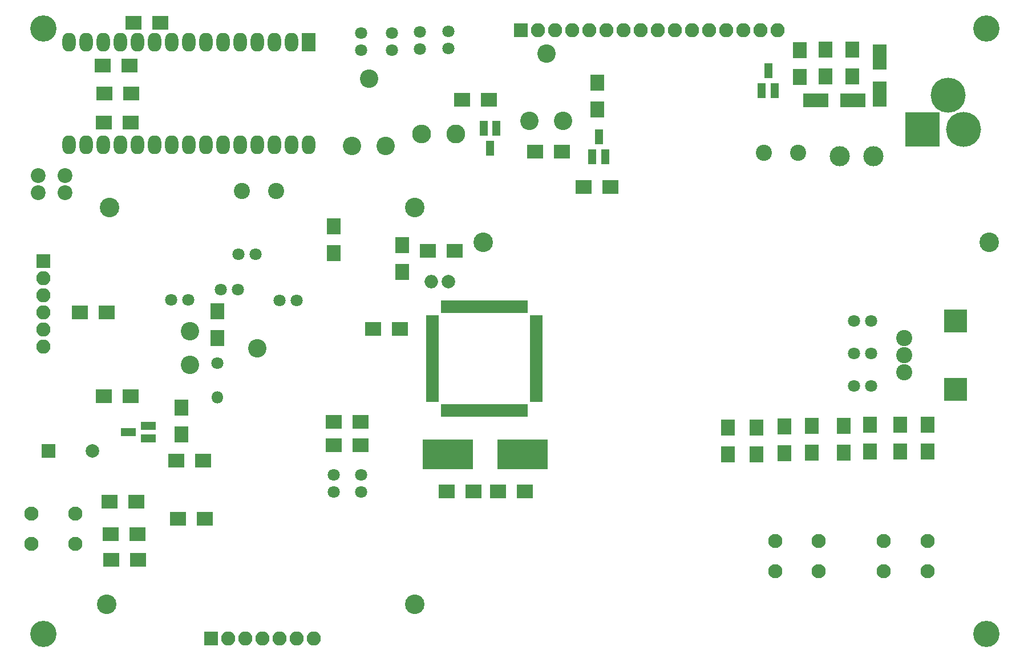
<source format=gts>
%TF.GenerationSoftware,KiCad,Pcbnew,4.0.7-e2-6376~61~ubuntu18.04.1*%
%TF.CreationDate,2020-07-27T22:32:39+02:00*%
%TF.ProjectId,panel_02,70616E656C5F30322E6B696361645F70,rev?*%
%TF.FileFunction,Soldermask,Top*%
%FSLAX46Y46*%
G04 Gerber Fmt 4.6, Leading zero omitted, Abs format (unit mm)*
G04 Created by KiCad (PCBNEW 4.0.7-e2-6376~61~ubuntu18.04.1) date Mon Jul 27 22:32:39 2020*
%MOMM*%
%LPD*%
G01*
G04 APERTURE LIST*
%ADD10C,0.150000*%
%ADD11R,1.900000X0.950000*%
%ADD12R,0.950000X1.900000*%
%ADD13R,2.400000X2.000000*%
%ADD14R,2.000000X2.000000*%
%ADD15C,2.000000*%
%ADD16R,2.000000X2.400000*%
%ADD17R,2.100000X2.400000*%
%ADD18R,3.700000X2.100000*%
%ADD19R,2.100000X3.700000*%
%ADD20R,2.400000X2.100000*%
%ADD21C,2.400000*%
%ADD22R,2.100000X2.100000*%
%ADD23O,2.100000X2.100000*%
%ADD24C,5.200000*%
%ADD25R,5.200000X5.200000*%
%ADD26C,2.900000*%
%ADD27C,3.900000*%
%ADD28C,3.000000*%
%ADD29R,1.200000X2.300000*%
%ADD30R,2.300000X1.200000*%
%ADD31C,1.800000*%
%ADD32O,1.800000X1.800000*%
%ADD33C,2.800000*%
%ADD34O,2.800000X2.800000*%
%ADD35C,2.740000*%
%ADD36C,2.100000*%
%ADD37R,3.400000X3.400000*%
%ADD38R,7.575000X4.500000*%
%ADD39O,2.000000X2.000000*%
%ADD40C,2.200000*%
%ADD41R,2.000000X2.800000*%
%ADD42O,2.000000X2.800000*%
G04 APERTURE END LIST*
D10*
D11*
X124126000Y-83662000D03*
X124126000Y-84462000D03*
X124126000Y-85262000D03*
X124126000Y-86062000D03*
X124126000Y-86862000D03*
X124126000Y-87662000D03*
X124126000Y-88462000D03*
X124126000Y-89262000D03*
X124126000Y-90062000D03*
X124126000Y-90862000D03*
X124126000Y-91662000D03*
X124126000Y-92462000D03*
X124126000Y-93262000D03*
X124126000Y-94062000D03*
X124126000Y-94862000D03*
X124126000Y-95662000D03*
D12*
X125826000Y-97362000D03*
X126626000Y-97362000D03*
X127426000Y-97362000D03*
X128226000Y-97362000D03*
X129026000Y-97362000D03*
X129826000Y-97362000D03*
X130626000Y-97362000D03*
X131426000Y-97362000D03*
X132226000Y-97362000D03*
X133026000Y-97362000D03*
X133826000Y-97362000D03*
X134626000Y-97362000D03*
X135426000Y-97362000D03*
X136226000Y-97362000D03*
X137026000Y-97362000D03*
X137826000Y-97362000D03*
D11*
X139526000Y-95662000D03*
X139526000Y-94862000D03*
X139526000Y-94062000D03*
X139526000Y-93262000D03*
X139526000Y-92462000D03*
X139526000Y-91662000D03*
X139526000Y-90862000D03*
X139526000Y-90062000D03*
X139526000Y-89262000D03*
X139526000Y-88462000D03*
X139526000Y-87662000D03*
X139526000Y-86862000D03*
X139526000Y-86062000D03*
X139526000Y-85262000D03*
X139526000Y-84462000D03*
X139526000Y-83662000D03*
D12*
X137826000Y-81962000D03*
X137026000Y-81962000D03*
X136226000Y-81962000D03*
X135426000Y-81962000D03*
X134626000Y-81962000D03*
X133826000Y-81962000D03*
X133026000Y-81962000D03*
X132226000Y-81962000D03*
X131426000Y-81962000D03*
X130626000Y-81962000D03*
X129826000Y-81962000D03*
X129026000Y-81962000D03*
X128226000Y-81962000D03*
X127426000Y-81962000D03*
X126626000Y-81962000D03*
X125826000Y-81962000D03*
D13*
X126270000Y-109347000D03*
X130270000Y-109347000D03*
X137890000Y-109347000D03*
X133890000Y-109347000D03*
D14*
X67183000Y-103378000D03*
D15*
X73683000Y-103378000D03*
D16*
X119634000Y-72803000D03*
X119634000Y-76803000D03*
D13*
X80232000Y-110871000D03*
X76232000Y-110871000D03*
X109506000Y-102489000D03*
X113506000Y-102489000D03*
D16*
X182499000Y-47720000D03*
X182499000Y-43720000D03*
X186436000Y-47720000D03*
X186436000Y-43720000D03*
X178689000Y-47847000D03*
X178689000Y-43847000D03*
D13*
X127476000Y-73660000D03*
X123476000Y-73660000D03*
D17*
X168021000Y-103854000D03*
X168021000Y-99854000D03*
X176403000Y-103727000D03*
X176403000Y-99727000D03*
X185166000Y-103600000D03*
X185166000Y-99600000D03*
X193548000Y-103473000D03*
X193548000Y-99473000D03*
D18*
X181019000Y-51308000D03*
X186519000Y-51308000D03*
D19*
X190500000Y-44875000D03*
X190500000Y-50375000D03*
D20*
X75470000Y-50292000D03*
X79470000Y-50292000D03*
D21*
X95885000Y-64770000D03*
X100965000Y-64760000D03*
X178435000Y-59055000D03*
X173355000Y-59045000D03*
D20*
X75216000Y-46101000D03*
X79216000Y-46101000D03*
D22*
X66421000Y-75184000D03*
D23*
X66421000Y-77724000D03*
X66421000Y-80264000D03*
X66421000Y-82804000D03*
X66421000Y-85344000D03*
X66421000Y-87884000D03*
D24*
X202950000Y-55626000D03*
D25*
X196850000Y-55626000D03*
D24*
X200660000Y-50546000D03*
D22*
X91313000Y-131191000D03*
D23*
X93853000Y-131191000D03*
X96393000Y-131191000D03*
X98933000Y-131191000D03*
X101473000Y-131191000D03*
X104013000Y-131191000D03*
X106553000Y-131191000D03*
D22*
X137287000Y-40862000D03*
D23*
X139827000Y-40862000D03*
X142367000Y-40862000D03*
X144907000Y-40862000D03*
X147447000Y-40862000D03*
X149987000Y-40862000D03*
X152527000Y-40862000D03*
X155067000Y-40862000D03*
X157607000Y-40862000D03*
X160147000Y-40862000D03*
X162687000Y-40862000D03*
X165227000Y-40862000D03*
X167767000Y-40862000D03*
X170307000Y-40862000D03*
X172847000Y-40862000D03*
X175387000Y-40862000D03*
D26*
X75819000Y-126111000D03*
X121539000Y-126111000D03*
D27*
X206375000Y-40640000D03*
X206375000Y-130556000D03*
X66421000Y-40640000D03*
X66421000Y-130556000D03*
D26*
X76200000Y-67183000D03*
X121539000Y-67183000D03*
X131699000Y-72358000D03*
X206756000Y-72358000D03*
D28*
X189611000Y-59563000D03*
X184611000Y-59563000D03*
D29*
X173040000Y-49887000D03*
X174940000Y-49887000D03*
X173990000Y-46887000D03*
X133665000Y-55396000D03*
X131765000Y-55396000D03*
X132715000Y-58396000D03*
D30*
X82018000Y-101534000D03*
X82018000Y-99634000D03*
X79018000Y-100584000D03*
D29*
X147894000Y-59666000D03*
X149794000Y-59666000D03*
X148844000Y-56666000D03*
D20*
X79788000Y-39751000D03*
X83788000Y-39751000D03*
X75787000Y-82804000D03*
X71787000Y-82804000D03*
D17*
X180467000Y-103600000D03*
X180467000Y-99600000D03*
X172212000Y-103854000D03*
X172212000Y-99854000D03*
X189103000Y-103473000D03*
X189103000Y-99473000D03*
X197612000Y-103473000D03*
X197612000Y-99473000D03*
X92202000Y-82582000D03*
X92202000Y-86582000D03*
D31*
X92202000Y-90297000D03*
D32*
X92202000Y-95377000D03*
D17*
X109474000Y-70009000D03*
X109474000Y-74009000D03*
D20*
X90392000Y-113411000D03*
X86392000Y-113411000D03*
X76359000Y-115697000D03*
X80359000Y-115697000D03*
X109506000Y-99060000D03*
X113506000Y-99060000D03*
X80486000Y-119507000D03*
X76486000Y-119507000D03*
X132556000Y-51181000D03*
X128556000Y-51181000D03*
D33*
X127635000Y-56261000D03*
D34*
X122555000Y-56261000D03*
D20*
X86138000Y-104775000D03*
X90138000Y-104775000D03*
D17*
X86868000Y-100933000D03*
X86868000Y-96933000D03*
D20*
X79343000Y-95250000D03*
X75343000Y-95250000D03*
X143351000Y-58928000D03*
X139351000Y-58928000D03*
X146590000Y-64135000D03*
X150590000Y-64135000D03*
D17*
X148590000Y-48673000D03*
X148590000Y-52673000D03*
D20*
X119348000Y-85217000D03*
X115348000Y-85217000D03*
D35*
X88138000Y-90598000D03*
X98138000Y-88098000D03*
X88138000Y-85598000D03*
X112221000Y-58039000D03*
X114721000Y-48039000D03*
X117221000Y-58039000D03*
X143557000Y-54356000D03*
X141057000Y-44356000D03*
X138557000Y-54356000D03*
D36*
X71143000Y-117149000D03*
X64643000Y-117149000D03*
X71143000Y-112649000D03*
X64643000Y-112649000D03*
X181506000Y-121213000D03*
X175006000Y-121213000D03*
X181506000Y-116713000D03*
X175006000Y-116713000D03*
X197635000Y-121213000D03*
X191135000Y-121213000D03*
X197635000Y-116713000D03*
X191135000Y-116713000D03*
D21*
X194183000Y-86614000D03*
X194183000Y-89154000D03*
X194183000Y-91694000D03*
D37*
X201803000Y-84074000D03*
X201803000Y-94234000D03*
D38*
X126415500Y-103886000D03*
X137490500Y-103886000D03*
D15*
X126492000Y-78232000D03*
D39*
X123952000Y-78232000D03*
D31*
X109474000Y-109474000D03*
X109474000Y-106934000D03*
X186690000Y-88900000D03*
X189230000Y-88900000D03*
D40*
X65659000Y-62484000D03*
X65659000Y-65024000D03*
X69596000Y-65024000D03*
X69596000Y-62484000D03*
D31*
X126492000Y-43561000D03*
X126492000Y-41021000D03*
X113538000Y-43815000D03*
X113538000Y-41275000D03*
X186690000Y-84074000D03*
X189230000Y-84074000D03*
X118110000Y-43815000D03*
X118110000Y-41275000D03*
X92710000Y-79375000D03*
X95250000Y-79375000D03*
X186690000Y-93726000D03*
X189230000Y-93726000D03*
X113538000Y-106934000D03*
X113538000Y-109474000D03*
X101473000Y-81026000D03*
X104013000Y-81026000D03*
X87884000Y-80899000D03*
X85344000Y-80899000D03*
X122301000Y-43688000D03*
X122301000Y-41148000D03*
X97917000Y-74168000D03*
X95377000Y-74168000D03*
D41*
X105791000Y-42672000D03*
D42*
X70231000Y-57912000D03*
X100711000Y-42672000D03*
X72771000Y-57912000D03*
X98171000Y-42672000D03*
X75311000Y-57912000D03*
X95631000Y-42672000D03*
X77851000Y-57912000D03*
X93091000Y-42672000D03*
X80391000Y-57912000D03*
X90551000Y-42672000D03*
X82931000Y-57912000D03*
X88011000Y-42672000D03*
X85471000Y-57912000D03*
X85471000Y-42672000D03*
X88011000Y-57912000D03*
X82931000Y-42672000D03*
X90551000Y-57912000D03*
X80391000Y-42672000D03*
X93091000Y-57912000D03*
X77851000Y-42672000D03*
X95631000Y-57912000D03*
X75311000Y-42672000D03*
X98171000Y-57912000D03*
X72771000Y-42672000D03*
X100711000Y-57912000D03*
X70231000Y-42672000D03*
X103251000Y-57912000D03*
X105791000Y-57912000D03*
X103251000Y-42672000D03*
D20*
X75343000Y-54610000D03*
X79343000Y-54610000D03*
M02*

</source>
